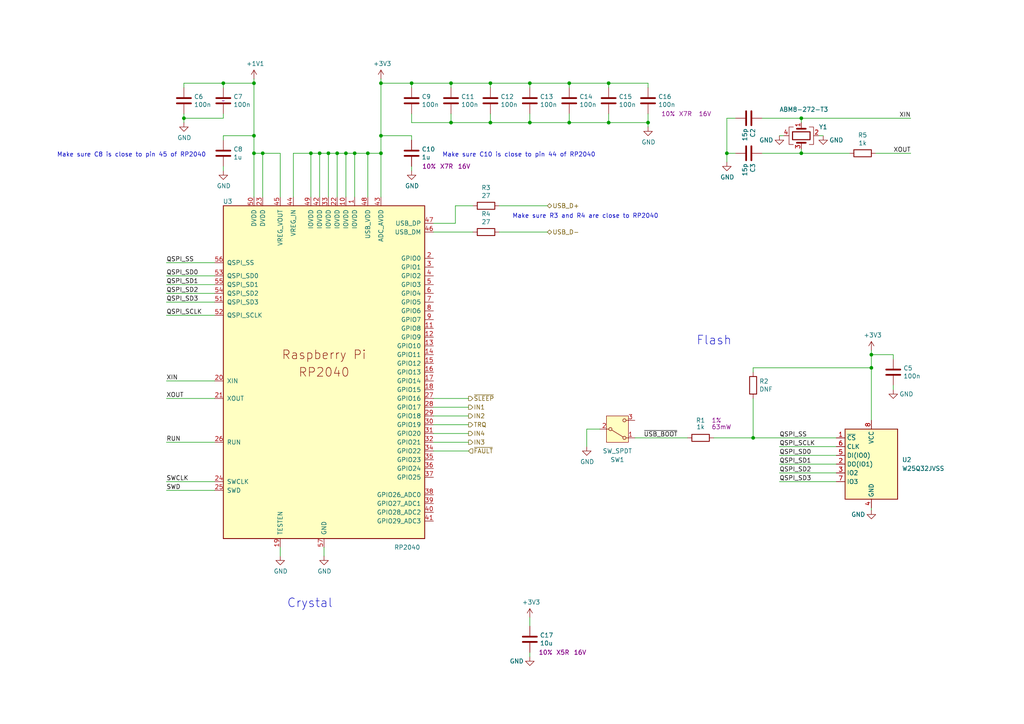
<source format=kicad_sch>
(kicad_sch (version 20230121) (generator eeschema)
  (paper "A4")
  (lib_symbols
    (symbol "Device:C" (pin_numbers hide) (pin_names (offset 0.254))
      (property "Reference" "C" (at 0.635 2.54 0))
      (property "Value" "C" (at 0.635 -2.54 0))
      (symbol "C_0_1"
        (polyline (pts (xy -2.032 -0.762) (xy 2.032 -0.762)) (stroke (width 0.508)))
        (polyline (pts (xy -2.032 0.762) (xy 2.032 0.762)) (stroke (width 0.508)))
      )
      (symbol "C_1_1"
        (pin passive line (at 0 3.81 270) (length 2.794) (name "~") (number "1"))
        (pin passive line (at 0 -3.81 90) (length 2.794) (name "~") (number "2"))
      )
    )
    (symbol "Device:Crystal_GND24" (pin_names (offset 1.016) hide)
      (property "Reference" "Y" (at 3.175 5.08 0))
      (property "Value" "Crystal_GND24" (at 3.175 3.175 0))
      (symbol "Crystal_GND24_0_1"
        (rectangle (start -1.143 2.54) (end 1.143 -2.54) (stroke (width 0.3048)))
        (polyline (pts (xy -2.54 0) (xy -2.032 0)))
        (polyline (pts (xy -2.032 -1.27) (xy -2.032 1.27)) (stroke (width 0.508)))
        (polyline (pts (xy 0 -3.81) (xy 0 -3.556)))
        (polyline (pts (xy 0 3.556) (xy 0 3.81)))
        (polyline (pts (xy 2.032 -1.27) (xy 2.032 1.27)) (stroke (width 0.508)))
        (polyline (pts (xy 2.032 0) (xy 2.54 0)))
        (polyline (pts (xy -2.54 -2.286) (xy -2.54 -3.556) (xy 2.54 -3.556) (xy 2.54 -2.286)))
        (polyline (pts (xy -2.54 2.286) (xy -2.54 3.556) (xy 2.54 3.556) (xy 2.54 2.286)))
      )
      (symbol "Crystal_GND24_1_1"
        (pin passive line (at -3.81 0 0) (length 1.27) (name "1") (number "1"))
        (pin passive line (at 0 5.08 270) (length 1.27) (name "2") (number "2"))
        (pin passive line (at 3.81 0 180) (length 1.27) (name "3") (number "3"))
        (pin passive line (at 0 -5.08 90) (length 1.27) (name "4") (number "4"))
      )
    )
    (symbol "Device:R" (pin_numbers hide) (pin_names (offset 0))
      (property "Reference" "R" (at 2.032 0 90))
      (property "Value" "R" (at 0 0 90))
      (symbol "R_0_1"
        (rectangle (start -1.016 -2.54) (end 1.016 2.54) (stroke (width 0.254)))
      )
      (symbol "R_1_1"
        (pin passive line (at 0 3.81 270) (length 1.27) (name "~") (number "1"))
        (pin passive line (at 0 -3.81 90) (length 1.27) (name "~") (number "2"))
      )
    )
    (symbol "MCU_RaspberryPi_RP2040:RP2040" (pin_names (offset 1.016))
      (property "Reference" "U" (at -29.21 49.53 0))
      (property "Value" "RP2040" (at 24.13 -49.53 0))
      (symbol "RP2040_0_0"
        (text "Raspberry Pi" (at 0 5.08 0) (effects (font (size 2.54 2.54))))
        (text "RP2040" (at 0 0 0) (effects (font (size 2.54 2.54))))
      )
      (symbol "RP2040_0_1"
        (rectangle (start 29.21 48.26) (end -29.21 -48.26) (stroke (width 0.254)) (fill (type background)))
      )
      (symbol "RP2040_1_1"
        (pin power_in line (at 8.89 50.8 270) (length 2.54) (name "IOVDD") (number "1"))
        (pin power_in line (at 6.35 50.8 270) (length 2.54) (name "IOVDD") (number "10"))
        (pin bidirectional line (at 31.75 12.7 180) (length 2.54) (name "GPIO8") (number "11"))
        (pin bidirectional line (at 31.75 10.16 180) (length 2.54) (name "GPIO9") (number "12"))
        (pin bidirectional line (at 31.75 7.62 180) (length 2.54) (name "GPIO10") (number "13"))
        (pin bidirectional line (at 31.75 5.08 180) (length 2.54) (name "GPIO11") (number "14"))
        (pin bidirectional line (at 31.75 2.54 180) (length 2.54) (name "GPIO12") (number "15"))
        (pin bidirectional line (at 31.75 0 180) (length 2.54) (name "GPIO13") (number "16"))
        (pin bidirectional line (at 31.75 -2.54 180) (length 2.54) (name "GPIO14") (number "17"))
        (pin bidirectional line (at 31.75 -5.08 180) (length 2.54) (name "GPIO15") (number "18"))
        (pin passive line (at -12.7 -50.8 90) (length 2.54) (name "TESTEN") (number "19"))
        (pin bidirectional line (at 31.75 33.02 180) (length 2.54) (name "GPIO0") (number "2"))
        (pin input line (at -31.75 -2.54 0) (length 2.54) (name "XIN") (number "20"))
        (pin passive line (at -31.75 -7.62 0) (length 2.54) (name "XOUT") (number "21"))
        (pin power_in line (at 3.81 50.8 270) (length 2.54) (name "IOVDD") (number "22"))
        (pin power_in line (at -17.78 50.8 270) (length 2.54) (name "DVDD") (number "23"))
        (pin output line (at -31.75 -31.75 0) (length 2.54) (name "SWCLK") (number "24"))
        (pin bidirectional line (at -31.75 -34.29 0) (length 2.54) (name "SWD") (number "25"))
        (pin input line (at -31.75 -20.32 0) (length 2.54) (name "RUN") (number "26"))
        (pin bidirectional line (at 31.75 -7.62 180) (length 2.54) (name "GPIO16") (number "27"))
        (pin bidirectional line (at 31.75 -10.16 180) (length 2.54) (name "GPIO17") (number "28"))
        (pin bidirectional line (at 31.75 -12.7 180) (length 2.54) (name "GPIO18") (number "29"))
        (pin bidirectional line (at 31.75 30.48 180) (length 2.54) (name "GPIO1") (number "3"))
        (pin bidirectional line (at 31.75 -15.24 180) (length 2.54) (name "GPIO19") (number "30"))
        (pin bidirectional line (at 31.75 -17.78 180) (length 2.54) (name "GPIO20") (number "31"))
        (pin bidirectional line (at 31.75 -20.32 180) (length 2.54) (name "GPIO21") (number "32"))
        (pin power_in line (at 1.27 50.8 270) (length 2.54) (name "IOVDD") (number "33"))
        (pin bidirectional line (at 31.75 -22.86 180) (length 2.54) (name "GPIO22") (number "34"))
        (pin bidirectional line (at 31.75 -25.4 180) (length 2.54) (name "GPIO23") (number "35"))
        (pin bidirectional line (at 31.75 -27.94 180) (length 2.54) (name "GPIO24") (number "36"))
        (pin bidirectional line (at 31.75 -30.48 180) (length 2.54) (name "GPIO25") (number "37"))
        (pin bidirectional line (at 31.75 -35.56 180) (length 2.54) (name "GPIO26_ADC0") (number "38"))
        (pin bidirectional line (at 31.75 -38.1 180) (length 2.54) (name "GPIO27_ADC1") (number "39"))
        (pin bidirectional line (at 31.75 27.94 180) (length 2.54) (name "GPIO2") (number "4"))
        (pin bidirectional line (at 31.75 -40.64 180) (length 2.54) (name "GPIO28_ADC2") (number "40"))
        (pin bidirectional line (at 31.75 -43.18 180) (length 2.54) (name "GPIO29_ADC3") (number "41"))
        (pin power_in line (at -1.27 50.8 270) (length 2.54) (name "IOVDD") (number "42"))
        (pin power_in line (at 16.51 50.8 270) (length 2.54) (name "ADC_AVDD") (number "43"))
        (pin power_in line (at -8.89 50.8 270) (length 2.54) (name "VREG_IN") (number "44"))
        (pin power_out line (at -12.7 50.8 270) (length 2.54) (name "VREG_VOUT") (number "45"))
        (pin bidirectional line (at 31.75 40.64 180) (length 2.54) (name "USB_DM") (number "46"))
        (pin bidirectional line (at 31.75 43.18 180) (length 2.54) (name "USB_DP") (number "47"))
        (pin power_in line (at 12.7 50.8 270) (length 2.54) (name "USB_VDD") (number "48"))
        (pin power_in line (at -3.81 50.8 270) (length 2.54) (name "IOVDD") (number "49"))
        (pin bidirectional line (at 31.75 25.4 180) (length 2.54) (name "GPIO3") (number "5"))
        (pin power_in line (at -20.32 50.8 270) (length 2.54) (name "DVDD") (number "50"))
        (pin bidirectional line (at -31.75 20.32 0) (length 2.54) (name "QSPI_SD3") (number "51"))
        (pin output line (at -31.75 16.51 0) (length 2.54) (name "QSPI_SCLK") (number "52"))
        (pin bidirectional line (at -31.75 27.94 0) (length 2.54) (name "QSPI_SD0") (number "53"))
        (pin bidirectional line (at -31.75 22.86 0) (length 2.54) (name "QSPI_SD2") (number "54"))
        (pin bidirectional line (at -31.75 25.4 0) (length 2.54) (name "QSPI_SD1") (number "55"))
        (pin bidirectional line (at -31.75 31.75 0) (length 2.54) (name "QSPI_SS") (number "56"))
        (pin power_in line (at 0 -50.8 90) (length 2.54) (name "GND") (number "57"))
        (pin bidirectional line (at 31.75 22.86 180) (length 2.54) (name "GPIO4") (number "6"))
        (pin bidirectional line (at 31.75 20.32 180) (length 2.54) (name "GPIO5") (number "7"))
        (pin bidirectional line (at 31.75 17.78 180) (length 2.54) (name "GPIO6") (number "8"))
        (pin bidirectional line (at 31.75 15.24 180) (length 2.54) (name "GPIO7") (number "9"))
      )
    )
    (symbol "Memory_Flash:W25Q32JVSS"
      (property "Reference" "U" (at -6.35 11.43 0))
      (property "Value" "W25Q32JVSS" (at 7.62 11.43 0))
      (symbol "W25Q32JVSS_0_1"
        (rectangle (start -7.62 10.16) (end 7.62 -10.16) (stroke (width 0.254)) (fill (type background)))
      )
      (symbol "W25Q32JVSS_1_1"
        (pin input line (at -10.16 7.62 0) (length 2.54) (name "~{CS}") (number "1"))
        (pin bidirectional line (at -10.16 0 0) (length 2.54) (name "DO(IO1)") (number "2"))
        (pin bidirectional line (at -10.16 -2.54 0) (length 2.54) (name "IO2") (number "3"))
        (pin power_in line (at 0 -12.7 90) (length 2.54) (name "GND") (number "4"))
        (pin bidirectional line (at -10.16 2.54 0) (length 2.54) (name "DI(IO0)") (number "5"))
        (pin input line (at -10.16 5.08 0) (length 2.54) (name "CLK") (number "6"))
        (pin bidirectional line (at -10.16 -5.08 0) (length 2.54) (name "IO3") (number "7"))
        (pin power_in line (at 0 12.7 270) (length 2.54) (name "VCC") (number "8"))
      )
    )
    (symbol "Switch:SW_SPDT" (pin_names (offset 0) hide)
      (property "Reference" "SW" (at 0 5.08 0))
      (property "Value" "SW_SPDT" (at 0 -5.08 0))
      (symbol "SW_SPDT_0_1"
        (circle (center -2.032 0) (radius 0.4572))
        (polyline (pts (xy -1.651 0.254) (xy 1.651 2.286)))
        (circle (center 2.032 -2.54) (radius 0.4572))
        (circle (center 2.032 2.54) (radius 0.4572))
      )
      (symbol "SW_SPDT_1_1"
        (rectangle (start -3.175 3.81) (end 3.175 -3.81) (fill (type background)))
        (pin passive line (at 5.08 2.54 180) (length 2.54) (name "A") (number "1"))
        (pin passive line (at -5.08 0 0) (length 2.54) (name "B") (number "2"))
        (pin passive line (at 5.08 -2.54 180) (length 2.54) (name "C") (number "3"))
      )
    )
    (symbol "power:+1V1" (power) (pin_names (offset 0))
      (property "Value" "+1V1" (at 0 3.556 0))
      (symbol "+1V1_0_1"
        (polyline (pts (xy -0.762 1.27) (xy 0 2.54)))
        (polyline (pts (xy 0 0) (xy 0 2.54)))
        (polyline (pts (xy 0 2.54) (xy 0.762 1.27)))
      )
      (symbol "+1V1_1_1"
        (pin power_in line (at 0 0 90) (length 0) hide (name "+1V1") (number "1"))
      )
    )
    (symbol "power:+3V3" (power) (pin_names (offset 0))
      (property "Value" "+3V3" (at 0 3.556 0))
      (symbol "+3V3_0_1"
        (polyline (pts (xy -0.762 1.27) (xy 0 2.54)))
        (polyline (pts (xy 0 0) (xy 0 2.54)))
        (polyline (pts (xy 0 2.54) (xy 0.762 1.27)))
      )
      (symbol "+3V3_1_1"
        (pin power_in line (at 0 0 90) (length 0) hide (name "+3V3") (number "1"))
      )
    )
    (symbol "power:GND" (power) (pin_names (offset 0))
      (property "Value" "GND" (at 0 -3.81 0))
      (symbol "GND_0_1"
        (polyline (pts (xy 0 0) (xy 0 -1.27) (xy 1.27 -1.27) (xy 0 -2.54) (xy -1.27 -1.27) (xy 0 -1.27)))
      )
      (symbol "GND_1_1"
        (pin power_in line (at 0 0 270) (length 0) hide (name "GND") (number "1"))
      )
    )
  )
  (junction (at 102.87 44.45))
  (junction (at 130.81 35.56))
  (junction (at 92.71 44.45))
  (junction (at 218.44 127))
  (junction (at 142.24 24.13))
  (junction (at 76.2 44.45))
  (junction (at 153.67 35.56))
  (junction (at 130.81 24.13))
  (junction (at 232.41 44.45))
  (junction (at 73.66 24.13))
  (junction (at 73.66 39.37))
  (junction (at 110.49 39.37))
  (junction (at 73.66 44.45))
  (junction (at 232.41 34.29))
  (junction (at 176.53 24.13))
  (junction (at 97.79 44.45))
  (junction (at 165.1 24.13))
  (junction (at 110.49 24.13))
  (junction (at 252.73 102.87))
  (junction (at 252.73 106.68))
  (junction (at 90.17 44.45))
  (junction (at 142.24 35.56))
  (junction (at 187.96 35.56))
  (junction (at 153.67 24.13))
  (junction (at 64.77 24.13))
  (junction (at 176.53 35.56))
  (junction (at 53.34 34.29))
  (junction (at 95.25 44.45))
  (junction (at 100.33 44.45))
  (junction (at 110.49 44.45))
  (junction (at 119.38 24.13))
  (junction (at 106.68 44.45))
  (junction (at 210.82 44.45))
  (junction (at 165.1 35.56))
  (wire (pts (xy 144.78 59.69) (xy 158.75 59.69)))
  (wire (pts (xy 48.26 87.63) (xy 62.23 87.63)))
  (wire (pts (xy 48.26 80.01) (xy 62.23 80.01)))
  (wire (pts (xy 73.66 44.45) (xy 73.66 57.15)))
  (wire (pts (xy 213.36 34.29) (xy 210.82 34.29)))
  (wire (pts (xy 252.73 106.68) (xy 252.73 121.92)))
  (wire (pts (xy 130.81 25.4) (xy 130.81 24.13)))
  (wire (pts (xy 142.24 25.4) (xy 142.24 24.13)))
  (wire (pts (xy 48.26 110.49) (xy 62.23 110.49)))
  (wire (pts (xy 110.49 44.45) (xy 110.49 57.15)))
  (wire (pts (xy 130.81 24.13) (xy 142.24 24.13)))
  (wire (pts (xy 85.09 44.45) (xy 90.17 44.45)))
  (wire (pts (xy 237.49 39.37) (xy 238.76 39.37)))
  (wire (pts (xy 48.26 82.55) (xy 62.23 82.55)))
  (wire (pts (xy 232.41 35.56) (xy 232.41 34.29)))
  (wire (pts (xy 119.38 48.26) (xy 119.38 49.53)))
  (wire (pts (xy 64.77 48.26) (xy 64.77 49.53)))
  (wire (pts (xy 184.15 127) (xy 199.39 127)))
  (wire (pts (xy 254 44.45) (xy 264.16 44.45)))
  (wire (pts (xy 53.34 25.4) (xy 53.34 24.13)))
  (wire (pts (xy 226.06 39.37) (xy 227.33 39.37)))
  (wire (pts (xy 218.44 107.95) (xy 218.44 106.68)))
  (wire (pts (xy 119.38 24.13) (xy 130.81 24.13)))
  (wire (pts (xy 100.33 57.15) (xy 100.33 44.45)))
  (wire (pts (xy 232.41 44.45) (xy 246.38 44.45)))
  (wire (pts (xy 218.44 106.68) (xy 252.73 106.68)))
  (wire (pts (xy 259.08 104.14) (xy 259.08 102.87)))
  (wire (pts (xy 132.08 59.69) (xy 132.08 64.77)))
  (wire (pts (xy 132.08 59.69) (xy 137.16 59.69)))
  (wire (pts (xy 142.24 33.02) (xy 142.24 35.56)))
  (wire (pts (xy 170.18 124.46) (xy 173.99 124.46)))
  (wire (pts (xy 187.96 35.56) (xy 187.96 36.83)))
  (wire (pts (xy 232.41 34.29) (xy 264.16 34.29)))
  (wire (pts (xy 73.66 24.13) (xy 73.66 39.37)))
  (wire (pts (xy 64.77 39.37) (xy 73.66 39.37)))
  (wire (pts (xy 259.08 111.76) (xy 259.08 113.03)))
  (wire (pts (xy 85.09 57.15) (xy 85.09 44.45)))
  (wire (pts (xy 242.57 137.16) (xy 226.06 137.16)))
  (wire (pts (xy 110.49 39.37) (xy 119.38 39.37)))
  (wire (pts (xy 81.28 158.75) (xy 81.28 161.29)))
  (wire (pts (xy 53.34 24.13) (xy 64.77 24.13)))
  (wire (pts (xy 119.38 33.02) (xy 119.38 35.56)))
  (wire (pts (xy 130.81 35.56) (xy 119.38 35.56)))
  (wire (pts (xy 252.73 102.87) (xy 252.73 106.68)))
  (wire (pts (xy 95.25 44.45) (xy 97.79 44.45)))
  (wire (pts (xy 53.34 34.29) (xy 64.77 34.29)))
  (wire (pts (xy 73.66 22.86) (xy 73.66 24.13)))
  (wire (pts (xy 62.23 91.44) (xy 48.26 91.44)))
  (wire (pts (xy 226.06 129.54) (xy 242.57 129.54)))
  (wire (pts (xy 110.49 22.86) (xy 110.49 24.13)))
  (wire (pts (xy 62.23 128.27) (xy 48.26 128.27)))
  (wire (pts (xy 90.17 57.15) (xy 90.17 44.45)))
  (wire (pts (xy 153.67 33.02) (xy 153.67 35.56)))
  (wire (pts (xy 220.98 34.29) (xy 232.41 34.29)))
  (wire (pts (xy 119.38 40.64) (xy 119.38 39.37)))
  (wire (pts (xy 125.73 115.57) (xy 135.89 115.57)))
  (wire (pts (xy 153.67 35.56) (xy 142.24 35.56)))
  (wire (pts (xy 232.41 43.18) (xy 232.41 44.45)))
  (wire (pts (xy 48.26 85.09) (xy 62.23 85.09)))
  (wire (pts (xy 220.98 44.45) (xy 232.41 44.45)))
  (wire (pts (xy 64.77 40.64) (xy 64.77 39.37)))
  (wire (pts (xy 165.1 25.4) (xy 165.1 24.13)))
  (wire (pts (xy 176.53 35.56) (xy 165.1 35.56)))
  (wire (pts (xy 165.1 24.13) (xy 176.53 24.13)))
  (wire (pts (xy 187.96 25.4) (xy 187.96 24.13)))
  (wire (pts (xy 142.24 24.13) (xy 153.67 24.13)))
  (wire (pts (xy 125.73 120.65) (xy 135.89 120.65)))
  (wire (pts (xy 125.73 130.81) (xy 135.89 130.81)))
  (wire (pts (xy 165.1 35.56) (xy 153.67 35.56)))
  (wire (pts (xy 210.82 34.29) (xy 210.82 44.45)))
  (wire (pts (xy 153.67 179.07) (xy 153.67 181.61)))
  (wire (pts (xy 119.38 25.4) (xy 119.38 24.13)))
  (wire (pts (xy 176.53 25.4) (xy 176.53 24.13)))
  (wire (pts (xy 210.82 44.45) (xy 210.82 46.99)))
  (wire (pts (xy 62.23 76.2) (xy 48.26 76.2)))
  (wire (pts (xy 252.73 101.6) (xy 252.73 102.87)))
  (wire (pts (xy 176.53 24.13) (xy 187.96 24.13)))
  (wire (pts (xy 81.28 57.15) (xy 81.28 44.45)))
  (wire (pts (xy 62.23 115.57) (xy 48.26 115.57)))
  (wire (pts (xy 90.17 44.45) (xy 92.71 44.45)))
  (wire (pts (xy 176.53 33.02) (xy 176.53 35.56)))
  (wire (pts (xy 106.68 44.45) (xy 110.49 44.45)))
  (wire (pts (xy 64.77 34.29) (xy 64.77 33.02)))
  (wire (pts (xy 218.44 115.57) (xy 218.44 127)))
  (wire (pts (xy 242.57 134.62) (xy 226.06 134.62)))
  (wire (pts (xy 252.73 147.955) (xy 252.73 147.32)))
  (wire (pts (xy 92.71 57.15) (xy 92.71 44.45)))
  (wire (pts (xy 207.01 127) (xy 218.44 127)))
  (wire (pts (xy 170.18 124.46) (xy 170.18 129.54)))
  (wire (pts (xy 81.28 44.45) (xy 76.2 44.45)))
  (wire (pts (xy 125.73 67.31) (xy 137.16 67.31)))
  (wire (pts (xy 76.2 44.45) (xy 73.66 44.45)))
  (wire (pts (xy 213.36 44.45) (xy 210.82 44.45)))
  (wire (pts (xy 93.98 158.75) (xy 93.98 161.29)))
  (wire (pts (xy 102.87 44.45) (xy 106.68 44.45)))
  (wire (pts (xy 130.81 33.02) (xy 130.81 35.56)))
  (wire (pts (xy 92.71 44.45) (xy 95.25 44.45)))
  (wire (pts (xy 153.67 189.23) (xy 153.67 190.5)))
  (wire (pts (xy 165.1 33.02) (xy 165.1 35.56)))
  (wire (pts (xy 110.49 24.13) (xy 110.49 39.37)))
  (wire (pts (xy 102.87 44.45) (xy 102.87 57.15)))
  (wire (pts (xy 73.66 39.37) (xy 73.66 44.45)))
  (wire (pts (xy 218.44 127) (xy 242.57 127)))
  (wire (pts (xy 142.24 35.56) (xy 130.81 35.56)))
  (wire (pts (xy 176.53 35.56) (xy 187.96 35.56)))
  (wire (pts (xy 62.23 139.7) (xy 48.26 139.7)))
  (wire (pts (xy 125.73 128.27) (xy 135.89 128.27)))
  (wire (pts (xy 259.08 102.87) (xy 252.73 102.87)))
  (wire (pts (xy 242.57 139.7) (xy 226.06 139.7)))
  (wire (pts (xy 187.96 33.02) (xy 187.96 35.56)))
  (wire (pts (xy 64.77 25.4) (xy 64.77 24.13)))
  (wire (pts (xy 144.78 67.31) (xy 158.75 67.31)))
  (wire (pts (xy 53.34 33.02) (xy 53.34 34.29)))
  (wire (pts (xy 100.33 44.45) (xy 102.87 44.45)))
  (wire (pts (xy 53.34 34.29) (xy 53.34 35.56)))
  (wire (pts (xy 153.67 24.13) (xy 165.1 24.13)))
  (wire (pts (xy 64.77 24.13) (xy 73.66 24.13)))
  (wire (pts (xy 242.57 132.08) (xy 226.06 132.08)))
  (wire (pts (xy 95.25 57.15) (xy 95.25 44.45)))
  (wire (pts (xy 97.79 57.15) (xy 97.79 44.45)))
  (wire (pts (xy 125.73 123.19) (xy 135.89 123.19)))
  (wire (pts (xy 76.2 57.15) (xy 76.2 44.45)))
  (wire (pts (xy 110.49 39.37) (xy 110.49 44.45)))
  (wire (pts (xy 125.73 125.73) (xy 135.89 125.73)))
  (wire (pts (xy 62.23 142.24) (xy 48.26 142.24)))
  (wire (pts (xy 110.49 24.13) (xy 119.38 24.13)))
  (wire (pts (xy 106.68 57.15) (xy 106.68 44.45)))
  (wire (pts (xy 125.73 118.11) (xy 135.89 118.11)))
  (wire (pts (xy 153.67 25.4) (xy 153.67 24.13)))
  (wire (pts (xy 97.79 44.45) (xy 100.33 44.45)))
  (wire (pts (xy 125.73 64.77) (xy 132.08 64.77)))
  (text "Flash" (at 201.93 100.33 0) (effects (font (size 2.54 2.54)) (justify left bottom)))
  (text "Make sure R3 and R4 are close to RP2040" (at 148.59 63.5 0) (effects (font (size 1.27 1.27)) (justify left bottom)))
  (text "Make sure C10 is close to pin 44 of RP2040" (at 128.27 45.72 0) (effects (font (size 1.27 1.27)) (justify left bottom)))
  (text "Crystal" (at 83.185 176.53 0) (effects (font (size 2.54 2.54)) (justify left bottom)))
  (text "Make sure C8 is close to pin 45 of RP2040" (at 16.51 45.72 0) (effects (font (size 1.27 1.27)) (justify left bottom)))
  (label "QSPI_SCLK" (at 48.26 91.44 0))
  (label "QSPI_SD3" (at 226.06 139.7 0))
  (label "RUN" (at 48.26 128.27 0))
  (label "QSPI_SD2" (at 48.26 85.09 0))
  (label "QSPI_SD0" (at 48.26 80.01 0))
  (label "QSPI_SS" (at 48.26 76.2 0))
  (label "QSPI_SD3" (at 48.26 87.63 0))
  (label "~{USB_BOOT}" (at 186.69 127 0))
  (label "XIN" (at 48.26 110.49 0))
  (label "QSPI_SD0" (at 226.06 132.08 0))
  (label "QSPI_SD2" (at 226.06 137.16 0))
  (label "QSPI_SD1" (at 48.26 82.55 0))
  (label "XOUT" (at 264.16 44.45 180))
  (label "QSPI_SCLK" (at 226.06 129.54 0))
  (label "SWD" (at 48.26 142.24 0))
  (label "SWCLK" (at 48.26 139.7 0))
  (label "XOUT" (at 48.26 115.57 0))
  (label "QSPI_SD1" (at 226.06 134.62 0))
  (label "XIN" (at 264.16 34.29 180))
  (label "QSPI_SS" (at 226.06 127 0))
  (hierarchical_label "IN4" (shape output) (at 135.89 125.73 0))
  (hierarchical_label "IN1" (shape output) (at 135.89 118.11 0))
  (hierarchical_label "TRQ" (shape output) (at 135.89 123.19 0))
  (hierarchical_label "USB_D-" (shape bidirectional) (at 158.75 67.31 0))
  (hierarchical_label "~{FAULT}" (shape input) (at 135.89 130.81 0))
  (hierarchical_label "IN2" (shape output) (at 135.89 120.65 0))
  (hierarchical_label "USB_D+" (shape bidirectional) (at 158.75 59.69 0))
  (hierarchical_label "IN3" (shape output) (at 135.89 128.27 0))
  (hierarchical_label "~{SLEEP}" (shape output) (at 135.89 115.57 0))
  (symbol (lib_id "power:GND") (at 187.96 36.83 0) (unit 1)
    (property "Reference" "#PWR021" (effects hide))
    (property "Value" "GND" (at 188.087 41.2242 0))
  )
  (symbol (lib_id "Device:C") (at 119.38 44.45 0) (unit 1)
    (property "Reference" "C10" (at 122.301 43.2816 0) (effects (justify left)))
    (property "Value" "1u" (at 122.301 45.593 0) (effects (justify left)))
    (property "Footprint" "Capacitor_SMD:C_0402_1005Metric" (effects hide))
    (property "Dielectric" "X7R" (at 129.54 48.26 0))
    (property "Tolerance" "10%" (at 124.46 48.26 0))
    (property "Voltage Rating" "16V" (at 134.62 48.26 0))
  )
  (symbol (lib_id "Device:C") (at 130.81 29.21 0) (unit 1)
    (property "Reference" "C11" (at 133.731 28.0416 0) (effects (justify left)))
    (property "Value" "100n" (at 133.731 30.353 0) (effects (justify left)))
    (property "Footprint" "Capacitor_SMD:C_0402_1005Metric" (effects hide))
    (property "Dielectric" "X7R" (effects hide))
    (property "Tolerance" "10%" (effects hide))
    (property "Voltage Rating" "16V" (effects hide))
    (property "MPN" "KGM05AR71C101MH" (effects hide))
  )
  (symbol (lib_id "Device:R") (at 203.2 127 270) (unit 1)
    (property "Reference" "R1" (at 203.2 121.92 90))
    (property "Value" "1k" (at 203.2 123.825 90))
    (property "Footprint" "Resistor_SMD:R_0402_1005Metric" (effects hide))
    (property "Tolerance" "1%" (at 206.375 121.92 90) (effects (justify left)))
    (property "Power Rating" "63mW" (at 206.375 123.825 90) (effects (justify left)))
  )
  (symbol (lib_id "Device:C") (at 165.1 29.21 0) (unit 1)
    (property "Reference" "C14" (at 168.021 28.0416 0) (effects (justify left)))
    (property "Value" "100n" (at 168.021 30.353 0) (effects (justify left)))
    (property "Footprint" "Capacitor_SMD:C_0402_1005Metric" (effects hide))
    (property "Dielectric" "X7R" (effects hide))
    (property "Tolerance" "10%" (effects hide))
    (property "Voltage Rating" "16V" (effects hide))
    (property "MPN" "KGM05AR71C101MH" (effects hide))
  )
  (symbol (lib_id "power:GND") (at 53.34 35.56 0) (unit 1)
    (property "Reference" "#PWR014" (effects hide))
    (property "Value" "GND" (at 53.467 39.9542 0))
  )
  (symbol (lib_id "Device:C") (at 217.17 44.45 270) (unit 1)
    (property "Reference" "C3" (at 218.3384 47.371 0) (effects (justify left)))
    (property "Value" "15p" (at 216.027 47.371 0) (effects (justify left)))
    (property "Footprint" "Capacitor_SMD:C_0402_1005Metric" (effects hide))
    (property "Dielectric" "X7R" (effects hide))
    (property "Tolerance" "10%" (effects hide))
    (property "Voltage Rating" "16V" (effects hide))
  )
  (symbol (lib_id "power:GND") (at 259.08 113.03 0) (unit 1)
    (property "Reference" "#PWR013" (effects hide))
    (property "Value" "GND" (at 262.89 114.3 0))
  )
  (symbol (lib_id "power:+3V3") (at 252.73 101.6 0) (unit 1)
    (property "Reference" "#PWR011" (effects hide))
    (property "Value" "+3V3" (at 253.111 97.2058 0))
  )
  (symbol (lib_id "power:GND") (at 170.18 129.54 0) (unit 1)
    (property "Reference" "#PWR02" (effects hide))
    (property "Value" "GND" (at 170.307 133.9342 0))
  )
  (symbol (lib_id "Device:R") (at 218.44 111.76 0) (unit 1)
    (property "Reference" "R2" (at 220.218 110.5916 0) (effects (justify left)))
    (property "Value" "DNF" (at 220.218 112.903 0) (effects (justify left)))
    (property "Footprint" "Resistor_SMD:R_0402_1005Metric" (effects hide))
    (property "Tolerance" "1%" (effects hide))
  )
  (symbol (lib_id "Device:R") (at 250.19 44.45 270) (unit 1)
    (property "Reference" "R5" (at 250.19 39.1922 90))
    (property "Value" "1k" (at 250.19 41.5036 90))
    (property "Footprint" "Resistor_SMD:R_0402_1005Metric" (effects hide))
    (property "Tolerance" "1%" (effects hide))
  )
  (symbol (lib_id "Device:C") (at 187.96 29.21 0) (unit 1)
    (property "Reference" "C16" (at 190.881 28.0416 0) (effects (justify left)))
    (property "Value" "100n" (at 190.881 30.353 0) (effects (justify left)))
    (property "Footprint" "Capacitor_SMD:C_0402_1005Metric" (effects hide))
    (property "Dielectric" "X7R" (at 196.85 33.02 0) (effects (justify left)))
    (property "Tolerance" "10%" (at 191.77 33.02 0) (effects (justify left)))
    (property "Voltage Rating" "16V" (at 204.47 33.02 0))
    (property "MPN" "KGM05AR71C101MH" (effects hide))
  )
  (symbol (lib_id "Device:R") (at 140.97 67.31 270) (unit 1)
    (property "Reference" "R4" (at 140.97 62.0522 90))
    (property "Value" "27" (at 140.97 64.3636 90))
    (property "Footprint" "Resistor_SMD:R_0402_1005Metric" (effects hide))
    (property "Tolerance" "1%" (effects hide))
  )
  (symbol (lib_id "Device:C") (at 64.77 44.45 0) (unit 1)
    (property "Reference" "C8" (at 67.691 43.2816 0) (effects (justify left)))
    (property "Value" "1u" (at 67.691 45.593 0) (effects (justify left)))
    (property "Footprint" "Capacitor_SMD:C_0402_1005Metric" (effects hide))
    (property "Dielectric" "X7R" (effects hide))
    (property "Tolerance" "10%" (effects hide))
    (property "Voltage Rating" "16V" (effects hide))
  )
  (symbol (lib_id "power:GND") (at 226.06 39.37 0) (unit 1)
    (property "Reference" "#PWR06" (effects hide))
    (property "Value" "GND" (at 222.25 40.64 0))
  )
  (symbol (lib_id "Device:C") (at 64.77 29.21 0) (unit 1)
    (property "Reference" "C7" (at 67.691 28.0416 0) (effects (justify left)))
    (property "Value" "100n" (at 67.691 30.353 0) (effects (justify left)))
    (property "Footprint" "Capacitor_SMD:C_0402_1005Metric" (effects hide))
    (property "Datasheet" "~" (at 64.77 29.21 0))
    (property "Dielectric" "X7R" (effects hide))
    (property "Tolerance" "10%" (effects hide))
    (property "Voltage Rating" "16V" (effects hide))
    (property "MPN" "KGM05AR71C101MH" (effects hide))
  )
  (symbol (lib_id "Device:C") (at 142.24 29.21 0) (unit 1)
    (property "Reference" "C12" (at 145.161 28.0416 0) (effects (justify left)))
    (property "Value" "100n" (at 145.161 30.353 0) (effects (justify left)))
    (property "Footprint" "Capacitor_SMD:C_0402_1005Metric" (effects hide))
    (property "Dielectric" "X7R" (effects hide))
    (property "Tolerance" "10%" (effects hide))
    (property "Voltage Rating" "16V" (effects hide))
    (property "MPN" "KGM05AR71C101MH" (effects hide))
  )
  (symbol (lib_id "Device:C") (at 119.38 29.21 0) (unit 1)
    (property "Reference" "C9" (at 122.301 28.0416 0) (effects (justify left)))
    (property "Value" "100n" (at 122.301 30.353 0) (effects (justify left)))
    (property "Footprint" "Capacitor_SMD:C_0402_1005Metric" (effects hide))
    (property "Dielectric" "X7R" (effects hide))
    (property "Tolerance" "10%" (effects hide))
    (property "Voltage Rating" "16V" (effects hide))
    (property "MPN" "KGM05AR71C101MH" (effects hide))
  )
  (symbol (lib_id "power:+3V3") (at 153.67 179.07 0) (unit 1)
    (property "Reference" "#PWR025" (effects hide))
    (property "Value" "+3V3" (at 154.051 174.6758 0))
  )
  (symbol (lib_id "Device:R") (at 140.97 59.69 270) (unit 1)
    (property "Reference" "R3" (at 140.97 54.4322 90))
    (property "Value" "27" (at 140.97 56.7436 90))
    (property "Footprint" "Resistor_SMD:R_0402_1005Metric" (effects hide))
    (property "Tolerance" "1%" (effects hide))
  )
  (symbol (lib_id "Device:Crystal_GND24") (at 232.41 39.37 270) (unit 1)
    (property "Reference" "Y1" (at 237.49 36.83 90) (effects (justify left)))
    (property "Value" "ABM8-272-T3" (at 226.06 31.75 90) (effects (justify left)))
    (property "Footprint" "Crystal:Crystal_SMD_3225-4Pin_3.2x2.5mm" (effects hide))
  )
  (symbol (lib_id "power:GND") (at 252.73 147.955 0) (unit 1)
    (property "Reference" "#PWR012" (effects hide))
    (property "Value" "GND" (at 248.92 149.225 0))
  )
  (symbol (lib_id "power:GND") (at 64.77 49.53 0) (unit 1)
    (property "Reference" "#PWR015" (effects hide))
    (property "Value" "GND" (at 64.897 53.9242 0))
  )
  (symbol (lib_id "Device:C") (at 217.17 34.29 270) (unit 1)
    (property "Reference" "C2" (at 218.3384 37.211 0) (effects (justify left)))
    (property "Value" "15p" (at 216.027 37.211 0) (effects (justify left)))
    (property "Footprint" "Capacitor_SMD:C_0402_1005Metric" (effects hide))
    (property "Dielectric" "X7R" (effects hide))
    (property "Tolerance" "10%" (effects hide))
    (property "Voltage Rating" "16V" (effects hide))
  )
  (symbol (lib_id "MCU_RaspberryPi_RP2040:RP2040") (at 93.98 107.95 0) (unit 1)
    (property "Reference" "U3" (at 66.04 58.42 0))
    (property "Value" "RP2040" (at 118.11 158.75 0))
    (property "Footprint" "Package_DFN_QFN:QFN-56-1EP_7x7mm_P0.4mm_EP3.2x3.2mm" (effects hide))
  )
  (symbol (lib_id "power:GND") (at 210.82 46.99 0) (unit 1)
    (property "Reference" "#PWR03" (effects hide))
    (property "Value" "GND" (at 210.947 51.3842 0))
  )
  (symbol (lib_id "Device:C") (at 176.53 29.21 0) (unit 1)
    (property "Reference" "C15" (at 179.451 28.0416 0) (effects (justify left)))
    (property "Value" "100n" (at 179.451 30.353 0) (effects (justify left)))
    (property "Footprint" "Capacitor_SMD:C_0402_1005Metric" (effects hide))
    (property "Dielectric" "X7R" (effects hide))
    (property "Tolerance" "10%" (effects hide))
    (property "Voltage Rating" "16V" (effects hide))
    (property "MPN" "KGM05AR71C101MH" (effects hide))
  )
  (symbol (lib_id "Device:C") (at 53.34 29.21 0) (unit 1)
    (property "Reference" "C6" (at 56.261 28.0416 0) (effects (justify left)))
    (property "Value" "100n" (at 56.261 30.353 0) (effects (justify left)))
    (property "Footprint" "Capacitor_SMD:C_0402_1005Metric" (effects hide))
    (property "Dielectric" "X7R" (effects hide))
    (property "Tolerance" "10%" (effects hide))
    (property "Voltage Rating" "16V" (effects hide))
    (property "MPN" "KGM05AR71C101MH" (effects hide))
  )
  (symbol (lib_id "power:GND") (at 119.38 49.53 0) (unit 1)
    (property "Reference" "#PWR020" (effects hide))
    (property "Value" "GND" (at 119.507 53.9242 0))
  )
  (symbol (lib_id "Device:C") (at 153.67 29.21 0) (unit 1)
    (property "Reference" "C13" (at 156.591 28.0416 0) (effects (justify left)))
    (property "Value" "100n" (at 156.591 30.353 0) (effects (justify left)))
    (property "Footprint" "Capacitor_SMD:C_0402_1005Metric" (effects hide))
    (property "Dielectric" "X7R" (effects hide))
    (property "Tolerance" "10%" (effects hide))
    (property "Voltage Rating" "16V" (effects hide))
    (property "MPN" "KGM05AR71C101MH" (effects hide))
  )
  (symbol (lib_id "power:GND") (at 153.67 190.5 0) (unit 1)
    (property "Reference" "#PWR026" (effects hide))
    (property "Value" "GND" (at 149.86 191.77 0))
  )
  (symbol (lib_id "power:GND") (at 238.76 39.37 0) (unit 1)
    (property "Reference" "#PWR07" (effects hide))
    (property "Value" "GND" (at 242.57 40.64 0))
  )
  (symbol (lib_id "Switch:SW_SPDT") (at 179.07 124.46 0) (mirror x) (unit 1)
    (property "Reference" "SW1" (at 179.07 133.35 0))
    (property "Value" "SW_SPDT" (at 179.07 130.81 0))
    (property "Footprint" "Button_Switch_SMD:SW_SPDT_CK-JS102011SAQN" (effects hide))
    (property "MPN" "S102011SAQN" (effects hide))
  )
  (symbol (lib_id "Device:C") (at 153.67 185.42 0) (unit 1)
    (property "Reference" "C17" (at 156.591 184.2516 0) (effects (justify left)))
    (property "Value" "10u" (at 156.591 186.563 0) (effects (justify left)))
    (property "Footprint" "Capacitor_SMD:C_0805_2012Metric" (effects hide))
    (property "Dielectric" "X5R" (at 161.29 189.23 0) (effects (justify left)))
    (property "Tolerance" "10%" (at 156.21 189.23 0) (effects (justify left)))
    (property "Voltage Rating" "16V" (at 166.37 189.23 0) (effects (justify left)))
    (property "MPN" "CL21A106KOQNNNE" (effects hide))
  )
  (symbol (lib_id "power:GND") (at 93.98 161.29 0) (unit 1)
    (property "Reference" "#PWR018" (effects hide))
    (property "Value" "GND" (at 94.107 165.6842 0))
  )
  (symbol (lib_id "power:+1V1") (at 73.66 22.86 0) (unit 1)
    (property "Reference" "#PWR016" (effects hide))
    (property "Value" "+1V1" (at 74.041 18.4658 0))
  )
  (symbol (lib_id "Memory_Flash:W25Q32JVSS") (at 252.73 134.62 0) (unit 1)
    (property "Reference" "U2" (at 261.62 133.35 0) (effects (justify left)))
    (property "Value" "W25Q32JVSS" (at 261.62 135.89 0) (effects (justify left)))
    (property "Footprint" "Package_SO:SOIC-8_5.23x5.23mm_P1.27mm" (effects hide))
    (property "Datasheet" "http://www.winbond.com/resource-files/w25q32jv%20revg%2003272018%20plus.pdf" (effects hide))
  )
  (symbol (lib_id "power:+3V3") (at 110.49 22.86 0) (unit 1)
    (property "Reference" "#PWR019" (effects hide))
    (property "Value" "+3V3" (at 110.871 18.4658 0))
  )
  (symbol (lib_id "Device:C") (at 259.08 107.95 0) (unit 1)
    (property "Reference" "C5" (at 262.001 106.7816 0) (effects (justify left)))
    (property "Value" "100n" (at 262.001 109.093 0) (effects (justify left)))
    (property "Footprint" "Capacitor_SMD:C_0402_1005Metric" (effects hide))
    (property "Dielectric" "X7R" (effects hide))
    (property "Tolerance" "10%" (effects hide))
    (property "Voltage Rating" "16V" (effects hide))
    (property "MPN" "KGM05AR71C101MH" (effects hide))
  )
  (symbol (lib_id "power:GND") (at 81.28 161.29 0) (unit 1)
    (property "Reference" "#PWR017" (effects hide))
    (property "Value" "GND" (at 81.407 165.6842 0))
  )
)
</source>
